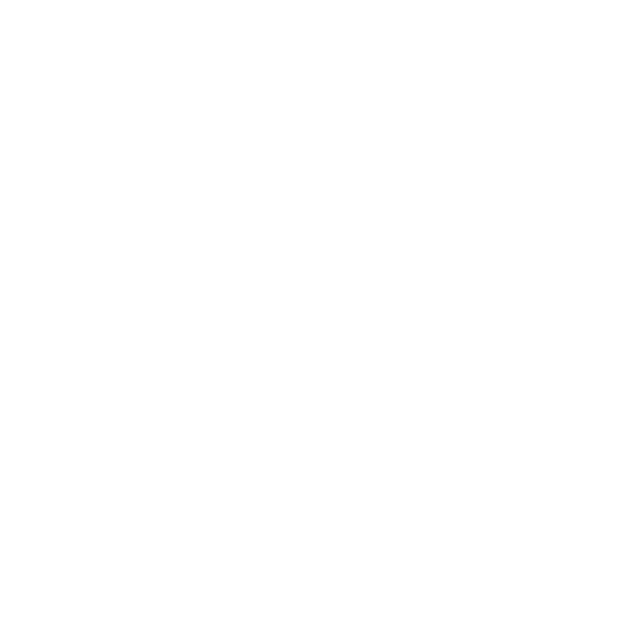
<source format=gbr>
%TF.GenerationSoftware,HUMAN,DominicClifton,8.0.3*%
%TF.CreationDate,2025-04-28T16:25:44+02:00*%
%TF.SameCoordinates,Original*%
%TF.FileFunction,Copper,L4,Bot*%
%TF.FilePolarity,Positive*%
%FSLAX46Y46*%
G04 Gerber Fmt 4.6, Leading zero omitted, Abs format (unit mm)*
%MOMM*%
%LPD*%
G01*
%AMSTAR5*
0 Parametric 5-point star outline using diameter
0 $1 = outer diameter (from params)
0 $2 = the outer radius
0 $3 = the inner radius
$2=$1x0.5*
$3=$2x0.4*
4,1,10,
$2x0.0000,$2x1.0000,
$3x-0.5878,$3x0.8090,
$2x-0.9511,$2x0.3090,
$3x-0.9511,$3x-0.3090,
$2x-0.5878,$2x-0.8090,
$3x0.0000,$3x-1.0000,
$2x0.5878,$2x-0.8090,
$3x0.9511,$3x-0.3090,
$2x0.9511,$2x0.3090,
$3x0.5878,$3x0.8090,
$2x0.0000,$2x1.0000,
0.1000*%
%ADD50STAR5,5.000000*%
D50*
X025000000Y025000000D03*
X-025000000Y025000000D03*
X025000000Y-025000000D03*
X-025000000Y-025000000D03*
M02*

</source>
